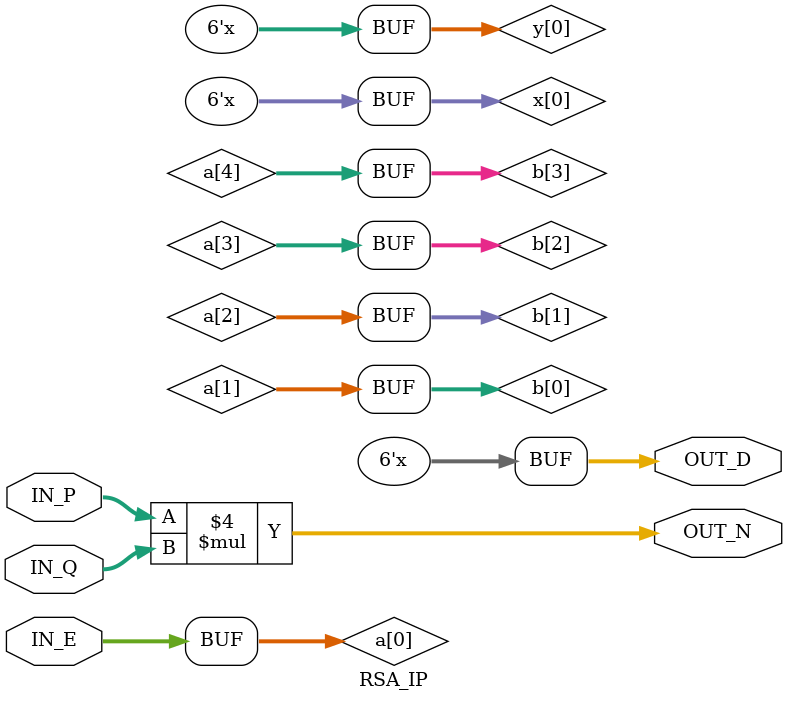
<source format=v>

module RSA_IP #(parameter WIDTH = 3) (
    // Input signals
    IN_P, IN_Q, IN_E,
    // Output signals
    OUT_N, OUT_D
);

// ===============================================================
// Declaration
// ===============================================================
input  [WIDTH-1:0]   IN_P, IN_Q;
input  [WIDTH*2-1:0] IN_E;
output [WIDTH*2-1:0] OUT_N;
output signed[WIDTH*2-1:0] OUT_D;
// ===============================================================
// Soft IP DESIGN
// ===============================================================

wire signed[WIDTH*2-1:0]   x[0:WIDTH*2-2];
wire signed[WIDTH*2-1:0]   y[0:WIDTH*2-2];
wire [WIDTH*2-1:0]   a[0:WIDTH*2-2];
wire [WIDTH*2-1:0]   b[0:WIDTH*2-2];

wire [WIDTH*2-1:0] phi;
assign phi = (IN_P-1)* (IN_Q-1);
assign OUT_N = IN_P* IN_Q;

wire [WIDTH*2-1:0] tmp_result[0:WIDTH*2-1];

genvar i;
generate
assign OUT_D = (y[0][WIDTH*2-1])? y[0] + phi: y[0] ;

for ( i=0; i<WIDTH*2-1; i=i+1) begin: loop_l
        
    if(i==0)begin
        assign a[i] = IN_E;
        assign b[i] = phi % IN_E;
        assign x[i] = y[1];
        assign y[i] = x[1] - (phi/IN_E)*y[1];
    end
    else begin
        assign a[i] = b[i-1];
        assign b[i] = a[i-1] % b[i-1];
        assign x[i] = (b[i-1]==1)? 'd0 : y[i+1];
        assign y[i] = (b[i-1]==1)? 'd1 : x[i+1] - (a[i-1]/b[i-1])*y[i+1];
    end    
end
endgenerate
endmodule
//         always @(*) begin
//             if(i == 0)begin
//                
//             end
//             else if(b[i-1]==0)begin
//                 a[i] = 1;
//                 b[i] = 0;
//                 x[i] = 1;
//                 y[i] = 0;
//             end
//             else begin
//                 a[i] = b[i-1];
//                 b[i] = a[i-1]%b[i-1];
//                 x[i] = y[i+1];
//                 y[i] = x[i+1] - (a[i-1]/b[i-1])*y[i+1];
//             end 
            
//         end

/* v1
genvar i;
generate

wire signed[WIDTH*2-1:0]   x[0:WIDTH*2-1];
wire signed[WIDTH*2-1:0]   y[0:WIDTH*2-1];
wire [WIDTH*2-1:0]   a[0:WIDTH*2-1];
wire [WIDTH*2-1:0]   b[0:WIDTH*2-1];

wire [WIDTH*2-1:0] phi;
assign phi = (IN_P-1)* (IN_Q-1);

assign OUT_N = IN_P* IN_Q;
assign OUT_D = (y[0][WIDTH*2-1])? y[0] + phi: y[0] ;

for ( i=0; i<WIDTH*2; i=i+1) begin: loop_l
    if(i==0)begin
        assign a[i] = IN_E;
        assign b[i] = phi % IN_E;
        assign x[i] = y[1];
        assign y[i] = x[1] - (phi/IN_E)*y[1];
    end
    else begin
        assign a[i] = b[i-1];
        assign b[i] = a[i-1] % b[i-1];
        assign x[i] = (b[i-1]==0)? 'd1 : y[i+1];
        assign y[i] = (b[i-1]==0)? 'd0 : x[i+1] - (a[i-1]/b[i-1])*y[i+1];
    end    
end
endgenerate
endmodule

*/
</source>
